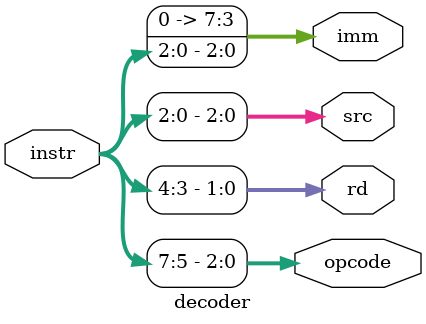
<source format=v>
`timescale 1ns / 1ps


// decoder.v - Instruction Decoder
module decoder (
    input [7:0] instr,
    output [2:0] opcode,
    output [1:0] rd,
    output [2:0] src,
    output [7:0] imm 
);
    assign opcode = instr[7:5];  // 3-bit operation code
    assign rd     = instr[4:3];  // 2-bit destination register
    assign src    = instr[2:0];  // 3-bit source register or immediate
    assign imm = {5'b0, instr[2:0]};

endmodule


</source>
